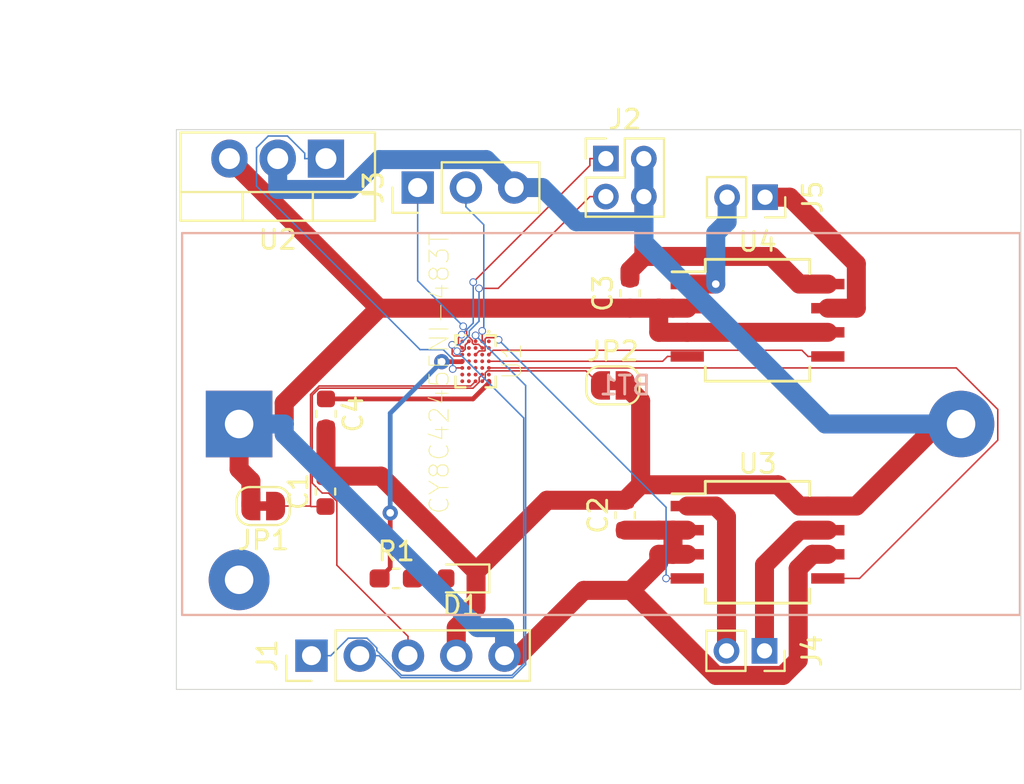
<source format=kicad_pcb>
(kicad_pcb (version 20171130) (host pcbnew "(5.1.2)-2")

  (general
    (thickness 1.6)
    (drawings 6)
    (tracks 230)
    (zones 0)
    (modules 18)
    (nets 24)
  )

  (page A4)
  (layers
    (0 F.Cu signal)
    (31 B.Cu signal)
    (32 B.Adhes user)
    (33 F.Adhes user)
    (34 B.Paste user)
    (35 F.Paste user)
    (36 B.SilkS user)
    (37 F.SilkS user)
    (38 B.Mask user)
    (39 F.Mask user)
    (40 Dwgs.User user)
    (41 Cmts.User user)
    (42 Eco1.User user)
    (43 Eco2.User user)
    (44 Edge.Cuts user)
    (45 Margin user)
    (46 B.CrtYd user)
    (47 F.CrtYd user)
    (48 B.Fab user)
    (49 F.Fab user)
  )

  (setup
    (last_trace_width 0.25)
    (user_trace_width 0.1)
    (user_trace_width 1)
    (trace_clearance 0.05)
    (zone_clearance 0.508)
    (zone_45_only no)
    (trace_min 0.08)
    (via_size 0.8)
    (via_drill 0.4)
    (via_min_size 0.3)
    (via_min_drill 0.2)
    (user_via 0.4 0.3)
    (user_via 1 0.8)
    (blind_buried_vias_allowed yes)
    (uvia_size 0.3)
    (uvia_drill 0.1)
    (uvias_allowed yes)
    (uvia_min_size 0.2)
    (uvia_min_drill 0.1)
    (edge_width 0.05)
    (segment_width 0.2)
    (pcb_text_width 0.3)
    (pcb_text_size 1.5 1.5)
    (mod_edge_width 0.12)
    (mod_text_size 1 1)
    (mod_text_width 0.15)
    (pad_size 1 0.5)
    (pad_drill 0)
    (pad_to_mask_clearance 0.051)
    (solder_mask_min_width 0.1)
    (aux_axis_origin 0 0)
    (visible_elements 7FFFFFFF)
    (pcbplotparams
      (layerselection 0x010fc_ffffffff)
      (usegerberextensions false)
      (usegerberattributes false)
      (usegerberadvancedattributes false)
      (creategerberjobfile false)
      (excludeedgelayer true)
      (linewidth 0.100000)
      (plotframeref false)
      (viasonmask false)
      (mode 1)
      (useauxorigin false)
      (hpglpennumber 1)
      (hpglpenspeed 20)
      (hpglpendiameter 15.000000)
      (psnegative false)
      (psa4output false)
      (plotreference true)
      (plotvalue true)
      (plotinvisibletext false)
      (padsonsilk false)
      (subtractmaskfromsilk false)
      (outputformat 1)
      (mirror false)
      (drillshape 0)
      (scaleselection 1)
      (outputdirectory "gbr/"))
  )

  (net 0 "")
  (net 1 "Net-(C4-Pad1)")
  (net 2 "Net-(D1-Pad2)")
  (net 3 XRES)
  (net 4 SWDCK)
  (net 5 SWDIO)
  (net 6 "Net-(J2-Pad3)")
  (net 7 "Net-(J2-Pad1)")
  (net 8 "Net-(J3-Pad2)")
  (net 9 "Net-(J3-Pad1)")
  (net 10 "Net-(J4-Pad2)")
  (net 11 "Net-(J4-Pad1)")
  (net 12 "Net-(J5-Pad2)")
  (net 13 "Net-(J5-Pad1)")
  (net 14 IR)
  (net 15 "Net-(U1-PadA5)")
  (net 16 "Net-(U1-PadA4)")
  (net 17 "Net-(U1-PadC3)")
  (net 18 "Net-(U1-PadA3)")
  (net 19 VDD)
  (net 20 +3V0)
  (net 21 GND)
  (net 22 Vss)
  (net 23 "Net-(R1-Pad1)")

  (net_class Default "これはデフォルトのネット クラスです。"
    (clearance 0.05)
    (trace_width 0.25)
    (via_dia 0.8)
    (via_drill 0.4)
    (uvia_dia 0.3)
    (uvia_drill 0.1)
    (add_net "Net-(C4-Pad1)")
    (add_net "Net-(D1-Pad2)")
    (add_net "Net-(R1-Pad1)")
  )

  (net_class BGA ""
    (clearance 0.01)
    (trace_width 0.08)
    (via_dia 0.4)
    (via_drill 0.3)
    (uvia_dia 0.3)
    (uvia_drill 0.1)
    (add_net IR)
    (add_net "Net-(J2-Pad1)")
    (add_net "Net-(J2-Pad3)")
    (add_net "Net-(J3-Pad1)")
    (add_net "Net-(J3-Pad2)")
    (add_net "Net-(U1-PadA3)")
    (add_net "Net-(U1-PadA4)")
    (add_net "Net-(U1-PadA5)")
    (add_net "Net-(U1-PadC3)")
    (add_net SWDCK)
    (add_net SWDIO)
    (add_net VDD)
    (add_net Vss)
    (add_net XRES)
  )

  (net_class Pow ""
    (clearance 0.12)
    (trace_width 1)
    (via_dia 0.8)
    (via_drill 0.4)
    (uvia_dia 0.3)
    (uvia_drill 0.1)
    (add_net +3V0)
    (add_net GND)
    (add_net "Net-(J4-Pad1)")
    (add_net "Net-(J4-Pad2)")
    (add_net "Net-(J5-Pad1)")
    (add_net "Net-(J5-Pad2)")
  )

  (module 2020-08-21_07-11-41:Jumper-Con (layer F.Cu) (tedit 5F43D8D9) (tstamp 5F444527)
    (at 109.332 90.17)
    (descr "SMD Solder Jumper, 1x1.5mm, rounded Pads, 0.3mm gap, bridged with 1 copper strip")
    (tags "solder jumper open")
    (path /5F4845A9)
    (attr virtual)
    (fp_text reference JP2 (at 0 -1.8) (layer F.SilkS)
      (effects (font (size 1 1) (thickness 0.15)))
    )
    (fp_text value SolderJumper_2_Bridged (at 0 1.9) (layer F.Fab)
      (effects (font (size 1 1) (thickness 0.15)))
    )
    (fp_line (start -0.2 0) (end 0.2 0) (layer F.Cu) (width 0.5))
    (fp_line (start 1.65 1.25) (end -1.65 1.25) (layer F.CrtYd) (width 0.05))
    (fp_line (start 1.65 1.25) (end 1.65 -1.25) (layer F.CrtYd) (width 0.05))
    (fp_line (start -1.65 -1.25) (end -1.65 1.25) (layer F.CrtYd) (width 0.05))
    (fp_line (start -1.65 -1.25) (end 1.65 -1.25) (layer F.CrtYd) (width 0.05))
    (fp_line (start -0.7 -1) (end 0.7 -1) (layer F.SilkS) (width 0.12))
    (fp_line (start 1.4 -0.3) (end 1.4 0.3) (layer F.SilkS) (width 0.12))
    (fp_line (start 0.7 1) (end -0.7 1) (layer F.SilkS) (width 0.12))
    (fp_line (start -1.4 0.3) (end -1.4 -0.3) (layer F.SilkS) (width 0.12))
    (fp_arc (start -0.7 -0.3) (end -0.7 -1) (angle -90) (layer F.SilkS) (width 0.12))
    (fp_arc (start -0.7 0.3) (end -1.4 0.3) (angle -90) (layer F.SilkS) (width 0.12))
    (fp_arc (start 0.7 0.3) (end 0.7 1) (angle -90) (layer F.SilkS) (width 0.12))
    (fp_arc (start 0.7 -0.3) (end 1.4 -0.3) (angle -90) (layer F.SilkS) (width 0.12))
    (pad 1 smd custom (at -0.65 0) (size 1 0.5) (layers F.Cu F.Adhes F.Mask)
      (net 22 Vss) (zone_connect 2)
      (options (clearance outline) (anchor rect))
      (primitives
        (gr_circle (center 0 0.25) (end 0.5 0.25) (width 0))
        (gr_circle (center 0 -0.25) (end 0.5 -0.25) (width 0))
        (gr_poly (pts
           (xy 0 -0.75) (xy 0.5 -0.75) (xy 0.5 0.75) (xy 0 0.75)) (width 0))
      ))
    (pad 2 smd custom (at 0.65 0) (size 1 0.5) (layers F.Cu F.Adhes F.Mask)
      (net 21 GND) (zone_connect 2)
      (options (clearance outline) (anchor rect))
      (primitives
        (gr_circle (center 0 0.25) (end 0.5 0.25) (width 0))
        (gr_circle (center 0 -0.25) (end 0.5 -0.25) (width 0))
        (gr_poly (pts
           (xy 0 -0.75) (xy -0.5 -0.75) (xy -0.5 0.75) (xy 0 0.75)) (width 0))
      ))
  )

  (module 2020-08-21_07-11-41:Jumper-Con (layer F.Cu) (tedit 5F43E089) (tstamp 5F444514)
    (at 90.932 96.52 180)
    (descr "SMD Solder Jumper, 1x1.5mm, rounded Pads, 0.3mm gap, bridged with 1 copper strip")
    (tags "solder jumper open")
    (path /5F4837A5)
    (attr virtual)
    (fp_text reference JP1 (at 0 -1.8) (layer F.SilkS)
      (effects (font (size 1 1) (thickness 0.15)))
    )
    (fp_text value SolderJumper_2_Bridged (at 0 1.9) (layer F.Fab)
      (effects (font (size 1 1) (thickness 0.15)))
    )
    (fp_line (start -0.2 0) (end 0.2 0) (layer F.Cu) (width 0.5))
    (fp_line (start 1.65 1.25) (end -1.65 1.25) (layer F.CrtYd) (width 0.05))
    (fp_line (start 1.65 1.25) (end 1.65 -1.25) (layer F.CrtYd) (width 0.05))
    (fp_line (start -1.65 -1.25) (end -1.65 1.25) (layer F.CrtYd) (width 0.05))
    (fp_line (start -1.65 -1.25) (end 1.65 -1.25) (layer F.CrtYd) (width 0.05))
    (fp_line (start -0.7 -1) (end 0.7 -1) (layer F.SilkS) (width 0.12))
    (fp_line (start 1.4 -0.3) (end 1.4 0.3) (layer F.SilkS) (width 0.12))
    (fp_line (start 0.7 1) (end -0.7 1) (layer F.SilkS) (width 0.12))
    (fp_line (start -1.4 0.3) (end -1.4 -0.3) (layer F.SilkS) (width 0.12))
    (fp_arc (start -0.7 -0.3) (end -0.7 -1) (angle -90) (layer F.SilkS) (width 0.12))
    (fp_arc (start -0.7 0.3) (end -1.4 0.3) (angle -90) (layer F.SilkS) (width 0.12))
    (fp_arc (start 0.7 0.3) (end 0.7 1) (angle -90) (layer F.SilkS) (width 0.12))
    (fp_arc (start 0.7 -0.3) (end 1.4 -0.3) (angle -90) (layer F.SilkS) (width 0.12))
    (pad 1 smd custom (at -0.65 0 180) (size 1 0.5) (layers F.Cu F.Adhes F.Mask)
      (net 19 VDD) (zone_connect 2)
      (options (clearance outline) (anchor rect))
      (primitives
        (gr_circle (center 0 0.25) (end 0.5 0.25) (width 0))
        (gr_circle (center 0 -0.25) (end 0.5 -0.25) (width 0))
        (gr_poly (pts
           (xy 0 -0.75) (xy 0.5 -0.75) (xy 0.5 0.75) (xy 0 0.75)) (width 0))
      ))
    (pad 2 smd custom (at 0.65 0 180) (size 1 0.5) (layers F.Cu F.Adhes F.Mask)
      (net 20 +3V0) (zone_connect 2)
      (options (clearance outline) (anchor rect))
      (primitives
        (gr_circle (center 0 0.25) (end 0.5 0.25) (width 0))
        (gr_circle (center 0 -0.25) (end 0.5 -0.25) (width 0))
        (gr_poly (pts
           (xy 0 -0.75) (xy -0.5 -0.75) (xy -0.5 0.75) (xy 0 0.75)) (width 0))
      ))
  )

  (module 2020-08-21_07-11-41:BGA35N35P7X5_258X209X48N (layer F.Cu) (tedit 5F43D094) (tstamp 5F42DD1C)
    (at 102.108 88.9 270)
    (path /5F42E732)
    (autoplace_cost90 10)
    (autoplace_cost180 10)
    (attr smd)
    (fp_text reference U1 (at -0.00001 -1.90766 90) (layer F.SilkS)
      (effects (font (size 1.00139 1.00139) (thickness 0.05)))
    )
    (fp_text value CY8C4245FNI-483T (at 0.636095 1.90828 90) (layer F.SilkS)
      (effects (font (size 1.00172 1.00172) (thickness 0.05)))
    )
    (fp_line (start -1.6 1.35) (end -1.6 -1.35) (layer Eco1.User) (width 0.05))
    (fp_line (start 1.6 1.35) (end -1.6 1.35) (layer Eco1.User) (width 0.05))
    (fp_line (start 1.6 -1.35) (end 1.6 1.35) (layer Eco1.User) (width 0.05))
    (fp_line (start -1.6 -1.35) (end 1.6 -1.35) (layer Eco1.User) (width 0.05))
    (fp_circle (center -1.56 -0.69) (end -1.51 -0.69) (layer Eco2.User) (width 0.1))
    (fp_circle (center -1.56 -0.69) (end -1.51 -0.69) (layer F.SilkS) (width 0.1))
    (fp_line (start 1.37 1.06) (end 1.37 0.53) (layer F.SilkS) (width 0.127))
    (fp_line (start 0.8 1.06) (end 1.37 1.06) (layer F.SilkS) (width 0.127))
    (fp_line (start -1.37 1.06) (end -1.37 0.53) (layer F.SilkS) (width 0.127))
    (fp_line (start -0.8 1.06) (end -1.37 1.06) (layer F.SilkS) (width 0.127))
    (fp_line (start 1.37 -1.06) (end 1.37 -0.53) (layer F.SilkS) (width 0.127))
    (fp_line (start 0.8 -1.06) (end 1.37 -1.06) (layer F.SilkS) (width 0.127))
    (fp_line (start -1.37 -1.06) (end -1.37 -0.53) (layer F.SilkS) (width 0.127))
    (fp_line (start -0.8 -1.06) (end -1.37 -1.06) (layer F.SilkS) (width 0.127))
    (fp_line (start -1.3 1.06) (end -1.3 -1.06) (layer Eco2.User) (width 0.127))
    (fp_line (start 1.3 1.06) (end -1.3 1.06) (layer Eco2.User) (width 0.127))
    (fp_line (start 1.3 -1.06) (end 1.3 1.06) (layer Eco2.User) (width 0.127))
    (fp_line (start -1.3 -1.06) (end 1.3 -1.06) (layer Eco2.User) (width 0.127))
    (pad E7 smd circle (at 1.05 0.7 90) (size 0.2 0.2) (layers F.Cu F.Paste F.Mask))
    (pad D7 smd circle (at 1.05 0.35 270) (size 0.2 0.2) (layers F.Cu F.Paste F.Mask))
    (pad C7 smd circle (at 1.05 0 270) (size 0.2 0.2) (layers F.Cu F.Paste F.Mask)
      (net 19 VDD))
    (pad B7 smd circle (at 1.05 -0.35 270) (size 0.2 0.2) (layers F.Cu F.Paste F.Mask)
      (net 22 Vss))
    (pad A7 smd circle (at 1.05 -0.7 270) (size 0.2 0.2) (layers F.Cu F.Paste F.Mask)
      (net 1 "Net-(C4-Pad1)"))
    (pad E6 smd circle (at 0.7 0.7 270) (size 0.2 0.2) (layers F.Cu F.Paste F.Mask))
    (pad D6 smd circle (at 0.7 0.35 270) (size 0.2 0.2) (layers F.Cu F.Paste F.Mask))
    (pad C6 smd circle (at 0.7 0 270) (size 0.2 0.2) (layers F.Cu F.Paste F.Mask))
    (pad B6 smd circle (at 0.7 -0.35 270) (size 0.2 0.2) (layers F.Cu F.Paste F.Mask)
      (net 3 XRES))
    (pad A6 smd circle (at 0.7 -0.7 270) (size 0.2 0.2) (layers F.Cu F.Paste F.Mask))
    (pad E5 smd circle (at 0.35 0.7 270) (size 0.2 0.2) (layers F.Cu F.Paste F.Mask)
      (net 14 IR))
    (pad D5 smd circle (at 0.35 0.35 270) (size 0.2 0.2) (layers F.Cu F.Paste F.Mask))
    (pad C5 smd circle (at 0.35 0 270) (size 0.2 0.2) (layers F.Cu F.Paste F.Mask))
    (pad B5 smd circle (at 0.35 -0.35 270) (size 0.2 0.2) (layers F.Cu F.Paste F.Mask))
    (pad A5 smd circle (at 0.35 -0.7 270) (size 0.2 0.2) (layers F.Cu F.Paste F.Mask)
      (net 15 "Net-(U1-PadA5)"))
    (pad E4 smd circle (at 0 0.7 270) (size 0.2 0.2) (layers F.Cu F.Paste F.Mask)
      (net 23 "Net-(R1-Pad1)"))
    (pad D4 smd circle (at 0 0.35 270) (size 0.2 0.2) (layers F.Cu F.Paste F.Mask))
    (pad C4 smd circle (at 0 0 270) (size 0.2 0.2) (layers F.Cu F.Paste F.Mask))
    (pad B4 smd circle (at 0 -0.35 270) (size 0.2 0.2) (layers F.Cu F.Paste F.Mask))
    (pad A4 smd circle (at 0 -0.7 270) (size 0.2 0.2) (layers F.Cu F.Paste F.Mask)
      (net 16 "Net-(U1-PadA4)"))
    (pad E3 smd circle (at -0.35 0.7 270) (size 0.2 0.2) (layers F.Cu F.Paste F.Mask)
      (net 6 "Net-(J2-Pad3)"))
    (pad D3 smd circle (at -0.35 0.35 270) (size 0.2 0.2) (layers F.Cu F.Paste F.Mask))
    (pad C3 smd circle (at -0.35 0 270) (size 0.2 0.2) (layers F.Cu F.Paste F.Mask)
      (net 17 "Net-(U1-PadC3)"))
    (pad B3 smd circle (at -0.35 -0.35 270) (size 0.2 0.2) (layers F.Cu F.Paste F.Mask))
    (pad A3 smd circle (at -0.35 -0.7 270) (size 0.2 0.2) (layers F.Cu F.Paste F.Mask)
      (net 18 "Net-(U1-PadA3)"))
    (pad E2 smd circle (at -0.7 0.7 270) (size 0.2 0.2) (layers F.Cu F.Paste F.Mask)
      (net 7 "Net-(J2-Pad1)"))
    (pad D2 smd circle (at -0.7 0.35 270) (size 0.2 0.2) (layers F.Cu F.Paste F.Mask))
    (pad C2 smd circle (at -0.7 0 270) (size 0.2 0.2) (layers F.Cu F.Paste F.Mask))
    (pad B2 smd circle (at -0.7 -0.35 270) (size 0.2 0.2) (layers F.Cu F.Paste F.Mask)
      (net 9 "Net-(J3-Pad1)"))
    (pad A2 smd circle (at -0.7 -0.7 270) (size 0.2 0.2) (layers F.Cu F.Paste F.Mask))
    (pad E1 smd circle (at -1.05 0.7 270) (size 0.2 0.2) (layers F.Cu F.Paste F.Mask))
    (pad D1 smd circle (at -1.05 0.35 270) (size 0.2 0.2) (layers F.Cu F.Paste F.Mask)
      (net 5 SWDIO))
    (pad C1 smd circle (at -1.05 0 270) (size 0.2 0.2) (layers F.Cu F.Paste F.Mask)
      (net 4 SWDCK))
    (pad B1 smd circle (at -1.05 -0.35 270) (size 0.2 0.2) (layers F.Cu F.Paste F.Mask)
      (net 8 "Net-(J3-Pad2)"))
    (pad A1 smd circle (at -1.05 -0.7) (size 0.2 0.2) (layers F.Cu F.Paste F.Mask))
  )

  (module Package_SO:SO-8_5.3x6.2mm_P1.27mm (layer F.Cu) (tedit 5A02F2D3) (tstamp 5F42DD70)
    (at 116.95 86.741)
    (descr "8-Lead Plastic Small Outline, 5.3x6.2mm Body (http://www.ti.com.cn/cn/lit/ds/symlink/tl7705a.pdf)")
    (tags "SOIC 1.27")
    (path /5F1520ED)
    (attr smd)
    (fp_text reference U4 (at 0 -4.13) (layer F.SilkS)
      (effects (font (size 1 1) (thickness 0.15)))
    )
    (fp_text value BD6211F (at 0 4.13) (layer F.Fab)
      (effects (font (size 1 1) (thickness 0.15)))
    )
    (fp_line (start -2.75 -2.55) (end -4.5 -2.55) (layer F.SilkS) (width 0.15))
    (fp_line (start -2.75 3.205) (end 2.75 3.205) (layer F.SilkS) (width 0.15))
    (fp_line (start -2.75 -3.205) (end 2.75 -3.205) (layer F.SilkS) (width 0.15))
    (fp_line (start -2.75 3.205) (end -2.75 2.455) (layer F.SilkS) (width 0.15))
    (fp_line (start 2.75 3.205) (end 2.75 2.455) (layer F.SilkS) (width 0.15))
    (fp_line (start 2.75 -3.205) (end 2.75 -2.455) (layer F.SilkS) (width 0.15))
    (fp_line (start -2.75 -3.205) (end -2.75 -2.55) (layer F.SilkS) (width 0.15))
    (fp_line (start -4.83 3.35) (end 4.83 3.35) (layer F.CrtYd) (width 0.05))
    (fp_line (start -4.83 -3.35) (end 4.83 -3.35) (layer F.CrtYd) (width 0.05))
    (fp_line (start 4.83 -3.35) (end 4.83 3.35) (layer F.CrtYd) (width 0.05))
    (fp_line (start -4.83 -3.35) (end -4.83 3.35) (layer F.CrtYd) (width 0.05))
    (fp_line (start -2.65 -2.1) (end -1.65 -3.1) (layer F.Fab) (width 0.15))
    (fp_line (start -2.65 3.1) (end -2.65 -2.1) (layer F.Fab) (width 0.15))
    (fp_line (start 2.65 3.1) (end -2.65 3.1) (layer F.Fab) (width 0.15))
    (fp_line (start 2.65 -3.1) (end 2.65 3.1) (layer F.Fab) (width 0.15))
    (fp_line (start -1.65 -3.1) (end 2.65 -3.1) (layer F.Fab) (width 0.15))
    (fp_text user %R (at 0 0) (layer F.Fab)
      (effects (font (size 1 1) (thickness 0.15)))
    )
    (pad 8 smd rect (at 3.7 -1.905) (size 1.75 0.55) (layers F.Cu F.Paste F.Mask)
      (net 21 GND))
    (pad 7 smd rect (at 3.7 -0.635) (size 1.75 0.55) (layers F.Cu F.Paste F.Mask)
      (net 13 "Net-(J5-Pad1)"))
    (pad 6 smd rect (at 3.7 0.635) (size 1.75 0.55) (layers F.Cu F.Paste F.Mask)
      (net 20 +3V0))
    (pad 5 smd rect (at 3.7 1.905) (size 1.75 0.55) (layers F.Cu F.Paste F.Mask)
      (net 18 "Net-(U1-PadA3)"))
    (pad 4 smd rect (at -3.7 1.905) (size 1.75 0.55) (layers F.Cu F.Paste F.Mask)
      (net 16 "Net-(U1-PadA4)"))
    (pad 3 smd rect (at -3.7 0.635) (size 1.75 0.55) (layers F.Cu F.Paste F.Mask)
      (net 20 +3V0))
    (pad 2 smd rect (at -3.7 -0.635) (size 1.75 0.55) (layers F.Cu F.Paste F.Mask)
      (net 20 +3V0))
    (pad 1 smd rect (at -3.7 -1.905) (size 1.75 0.55) (layers F.Cu F.Paste F.Mask)
      (net 12 "Net-(J5-Pad2)"))
    (model ${KISYS3DMOD}/Package_SO.3dshapes/SO-8_5.3x6.2mm_P1.27mm.wrl
      (at (xyz 0 0 0))
      (scale (xyz 1 1 1))
      (rotate (xyz 0 0 0))
    )
  )

  (module Package_SO:SO-8_5.3x6.2mm_P1.27mm (layer F.Cu) (tedit 5A02F2D3) (tstamp 5F42DD53)
    (at 116.95 98.425)
    (descr "8-Lead Plastic Small Outline, 5.3x6.2mm Body (http://www.ti.com.cn/cn/lit/ds/symlink/tl7705a.pdf)")
    (tags "SOIC 1.27")
    (path /5F131156)
    (attr smd)
    (fp_text reference U3 (at 0 -4.13) (layer F.SilkS)
      (effects (font (size 1 1) (thickness 0.15)))
    )
    (fp_text value BD6211F (at 0.144 -5.461) (layer F.Fab)
      (effects (font (size 1 1) (thickness 0.15)))
    )
    (fp_line (start -2.75 -2.55) (end -4.5 -2.55) (layer F.SilkS) (width 0.15))
    (fp_line (start -2.75 3.205) (end 2.75 3.205) (layer F.SilkS) (width 0.15))
    (fp_line (start -2.75 -3.205) (end 2.75 -3.205) (layer F.SilkS) (width 0.15))
    (fp_line (start -2.75 3.205) (end -2.75 2.455) (layer F.SilkS) (width 0.15))
    (fp_line (start 2.75 3.205) (end 2.75 2.455) (layer F.SilkS) (width 0.15))
    (fp_line (start 2.75 -3.205) (end 2.75 -2.455) (layer F.SilkS) (width 0.15))
    (fp_line (start -2.75 -3.205) (end -2.75 -2.55) (layer F.SilkS) (width 0.15))
    (fp_line (start -4.83 3.35) (end 4.83 3.35) (layer F.CrtYd) (width 0.05))
    (fp_line (start -4.83 -3.35) (end 4.83 -3.35) (layer F.CrtYd) (width 0.05))
    (fp_line (start 4.83 -3.35) (end 4.83 3.35) (layer F.CrtYd) (width 0.05))
    (fp_line (start -4.83 -3.35) (end -4.83 3.35) (layer F.CrtYd) (width 0.05))
    (fp_line (start -2.65 -2.1) (end -1.65 -3.1) (layer F.Fab) (width 0.15))
    (fp_line (start -2.65 3.1) (end -2.65 -2.1) (layer F.Fab) (width 0.15))
    (fp_line (start 2.65 3.1) (end -2.65 3.1) (layer F.Fab) (width 0.15))
    (fp_line (start 2.65 -3.1) (end 2.65 3.1) (layer F.Fab) (width 0.15))
    (fp_line (start -1.65 -3.1) (end 2.65 -3.1) (layer F.Fab) (width 0.15))
    (fp_text user %R (at 0 0) (layer F.Fab)
      (effects (font (size 1 1) (thickness 0.15)))
    )
    (pad 8 smd rect (at 3.7 -1.905) (size 1.75 0.55) (layers F.Cu F.Paste F.Mask)
      (net 21 GND))
    (pad 7 smd rect (at 3.7 -0.635) (size 1.75 0.55) (layers F.Cu F.Paste F.Mask)
      (net 11 "Net-(J4-Pad1)"))
    (pad 6 smd rect (at 3.7 0.635) (size 1.75 0.55) (layers F.Cu F.Paste F.Mask)
      (net 20 +3V0))
    (pad 5 smd rect (at 3.7 1.905) (size 1.75 0.55) (layers F.Cu F.Paste F.Mask)
      (net 15 "Net-(U1-PadA5)"))
    (pad 4 smd rect (at -3.7 1.905) (size 1.75 0.55) (layers F.Cu F.Paste F.Mask)
      (net 17 "Net-(U1-PadC3)"))
    (pad 3 smd rect (at -3.7 0.635) (size 1.75 0.55) (layers F.Cu F.Paste F.Mask)
      (net 20 +3V0))
    (pad 2 smd rect (at -3.7 -0.635) (size 1.75 0.55) (layers F.Cu F.Paste F.Mask)
      (net 20 +3V0))
    (pad 1 smd rect (at -3.7 -1.905) (size 1.75 0.55) (layers F.Cu F.Paste F.Mask)
      (net 10 "Net-(J4-Pad2)"))
    (model ${KISYS3DMOD}/Package_SO.3dshapes/SO-8_5.3x6.2mm_P1.27mm.wrl
      (at (xyz 0 0 0))
      (scale (xyz 1 1 1))
      (rotate (xyz 0 0 0))
    )
  )

  (module Package_TO_SOT_THT:TO-220-3_Vertical (layer F.Cu) (tedit 5AC8BA0D) (tstamp 5F42DD36)
    (at 94.234 78.232 180)
    (descr "TO-220-3, Vertical, RM 2.54mm, see https://www.vishay.com/docs/66542/to-220-1.pdf")
    (tags "TO-220-3 Vertical RM 2.54mm")
    (path /5F134C3B)
    (fp_text reference U2 (at 2.54 -4.27) (layer F.SilkS)
      (effects (font (size 1 1) (thickness 0.15)))
    )
    (fp_text value GP1UXC41QS (at 2.54 2.5) (layer F.Fab)
      (effects (font (size 1 1) (thickness 0.15)))
    )
    (fp_text user %R (at 2.54 -4.27) (layer F.Fab)
      (effects (font (size 1 1) (thickness 0.15)))
    )
    (fp_line (start 7.79 -3.4) (end -2.71 -3.4) (layer F.CrtYd) (width 0.05))
    (fp_line (start 7.79 1.51) (end 7.79 -3.4) (layer F.CrtYd) (width 0.05))
    (fp_line (start -2.71 1.51) (end 7.79 1.51) (layer F.CrtYd) (width 0.05))
    (fp_line (start -2.71 -3.4) (end -2.71 1.51) (layer F.CrtYd) (width 0.05))
    (fp_line (start 4.391 -3.27) (end 4.391 -1.76) (layer F.SilkS) (width 0.12))
    (fp_line (start 0.69 -3.27) (end 0.69 -1.76) (layer F.SilkS) (width 0.12))
    (fp_line (start -2.58 -1.76) (end 7.66 -1.76) (layer F.SilkS) (width 0.12))
    (fp_line (start 7.66 -3.27) (end 7.66 1.371) (layer F.SilkS) (width 0.12))
    (fp_line (start -2.58 -3.27) (end -2.58 1.371) (layer F.SilkS) (width 0.12))
    (fp_line (start -2.58 1.371) (end 7.66 1.371) (layer F.SilkS) (width 0.12))
    (fp_line (start -2.58 -3.27) (end 7.66 -3.27) (layer F.SilkS) (width 0.12))
    (fp_line (start 4.39 -3.15) (end 4.39 -1.88) (layer F.Fab) (width 0.1))
    (fp_line (start 0.69 -3.15) (end 0.69 -1.88) (layer F.Fab) (width 0.1))
    (fp_line (start -2.46 -1.88) (end 7.54 -1.88) (layer F.Fab) (width 0.1))
    (fp_line (start 7.54 -3.15) (end -2.46 -3.15) (layer F.Fab) (width 0.1))
    (fp_line (start 7.54 1.25) (end 7.54 -3.15) (layer F.Fab) (width 0.1))
    (fp_line (start -2.46 1.25) (end 7.54 1.25) (layer F.Fab) (width 0.1))
    (fp_line (start -2.46 -3.15) (end -2.46 1.25) (layer F.Fab) (width 0.1))
    (pad 3 thru_hole oval (at 5.08 0 180) (size 1.905 2) (drill 1.1) (layers *.Cu *.Mask)
      (net 20 +3V0))
    (pad 2 thru_hole oval (at 2.54 0 180) (size 1.905 2) (drill 1.1) (layers *.Cu *.Mask)
      (net 21 GND))
    (pad 1 thru_hole rect (at 0 0 180) (size 1.905 2) (drill 1.1) (layers *.Cu *.Mask)
      (net 14 IR))
    (model ${KISYS3DMOD}/Package_TO_SOT_THT.3dshapes/TO-220-3_Vertical.wrl
      (at (xyz 0 0 0))
      (scale (xyz 1 1 1))
      (rotate (xyz 0 0 0))
    )
  )

  (module Resistor_SMD:R_0603_1608Metric_Pad1.05x0.95mm_HandSolder (layer F.Cu) (tedit 5B301BBD) (tstamp 5F42DCE3)
    (at 97.931 100.33)
    (descr "Resistor SMD 0603 (1608 Metric), square (rectangular) end terminal, IPC_7351 nominal with elongated pad for handsoldering. (Body size source: http://www.tortai-tech.com/upload/download/2011102023233369053.pdf), generated with kicad-footprint-generator")
    (tags "resistor handsolder")
    (path /5F464704)
    (attr smd)
    (fp_text reference R1 (at 0 -1.43) (layer F.SilkS)
      (effects (font (size 1 1) (thickness 0.15)))
    )
    (fp_text value 1k (at 0 1.43) (layer F.Fab)
      (effects (font (size 1 1) (thickness 0.15)))
    )
    (fp_text user %R (at 0 0) (layer F.Fab)
      (effects (font (size 0.4 0.4) (thickness 0.06)))
    )
    (fp_line (start 1.65 0.73) (end -1.65 0.73) (layer F.CrtYd) (width 0.05))
    (fp_line (start 1.65 -0.73) (end 1.65 0.73) (layer F.CrtYd) (width 0.05))
    (fp_line (start -1.65 -0.73) (end 1.65 -0.73) (layer F.CrtYd) (width 0.05))
    (fp_line (start -1.65 0.73) (end -1.65 -0.73) (layer F.CrtYd) (width 0.05))
    (fp_line (start -0.171267 0.51) (end 0.171267 0.51) (layer F.SilkS) (width 0.12))
    (fp_line (start -0.171267 -0.51) (end 0.171267 -0.51) (layer F.SilkS) (width 0.12))
    (fp_line (start 0.8 0.4) (end -0.8 0.4) (layer F.Fab) (width 0.1))
    (fp_line (start 0.8 -0.4) (end 0.8 0.4) (layer F.Fab) (width 0.1))
    (fp_line (start -0.8 -0.4) (end 0.8 -0.4) (layer F.Fab) (width 0.1))
    (fp_line (start -0.8 0.4) (end -0.8 -0.4) (layer F.Fab) (width 0.1))
    (pad 2 smd roundrect (at 0.875 0) (size 1.05 0.95) (layers F.Cu F.Paste F.Mask) (roundrect_rratio 0.25)
      (net 2 "Net-(D1-Pad2)"))
    (pad 1 smd roundrect (at -0.875 0) (size 1.05 0.95) (layers F.Cu F.Paste F.Mask) (roundrect_rratio 0.25)
      (net 23 "Net-(R1-Pad1)"))
    (model ${KISYS3DMOD}/Resistor_SMD.3dshapes/R_0603_1608Metric.wrl
      (at (xyz 0 0 0))
      (scale (xyz 1 1 1))
      (rotate (xyz 0 0 0))
    )
  )

  (module Connector_PinSocket_2.00mm:PinSocket_1x02_P2.00mm_Vertical (layer F.Cu) (tedit 5A19A42F) (tstamp 5F42DCD2)
    (at 117.348 80.264 270)
    (descr "Through hole straight socket strip, 1x02, 2.00mm pitch, single row (from Kicad 4.0.7), script generated")
    (tags "Through hole socket strip THT 1x02 2.00mm single row")
    (path /5F1520B7)
    (fp_text reference J5 (at 0 -2.5 90) (layer F.SilkS)
      (effects (font (size 1 1) (thickness 0.15)))
    )
    (fp_text value Conn_01x02_Male (at 0 4.5 90) (layer F.Fab)
      (effects (font (size 1 1) (thickness 0.15)))
    )
    (fp_text user %R (at 0 1) (layer F.Fab)
      (effects (font (size 1 1) (thickness 0.15)))
    )
    (fp_line (start -1.5 3.5) (end -1.5 -1.5) (layer F.CrtYd) (width 0.05))
    (fp_line (start 1.5 3.5) (end -1.5 3.5) (layer F.CrtYd) (width 0.05))
    (fp_line (start 1.5 -1.5) (end 1.5 3.5) (layer F.CrtYd) (width 0.05))
    (fp_line (start -1.5 -1.5) (end 1.5 -1.5) (layer F.CrtYd) (width 0.05))
    (fp_line (start 0 -1.06) (end 1.06 -1.06) (layer F.SilkS) (width 0.12))
    (fp_line (start 1.06 -1.06) (end 1.06 0) (layer F.SilkS) (width 0.12))
    (fp_line (start 1.06 1) (end 1.06 3.06) (layer F.SilkS) (width 0.12))
    (fp_line (start -1.06 3.06) (end 1.06 3.06) (layer F.SilkS) (width 0.12))
    (fp_line (start -1.06 1) (end -1.06 3.06) (layer F.SilkS) (width 0.12))
    (fp_line (start -1.06 1) (end 1.06 1) (layer F.SilkS) (width 0.12))
    (fp_line (start -1 3) (end -1 -1) (layer F.Fab) (width 0.1))
    (fp_line (start 1 3) (end -1 3) (layer F.Fab) (width 0.1))
    (fp_line (start 1 -0.5) (end 1 3) (layer F.Fab) (width 0.1))
    (fp_line (start 0.5 -1) (end 1 -0.5) (layer F.Fab) (width 0.1))
    (fp_line (start -1 -1) (end 0.5 -1) (layer F.Fab) (width 0.1))
    (pad 2 thru_hole oval (at 0 2 270) (size 1.35 1.35) (drill 0.8) (layers *.Cu *.Mask)
      (net 12 "Net-(J5-Pad2)"))
    (pad 1 thru_hole rect (at 0 0 270) (size 1.35 1.35) (drill 0.8) (layers *.Cu *.Mask)
      (net 13 "Net-(J5-Pad1)"))
    (model ${KISYS3DMOD}/Connector_PinSocket_2.00mm.3dshapes/PinSocket_1x02_P2.00mm_Vertical.wrl
      (at (xyz 0 0 0))
      (scale (xyz 1 1 1))
      (rotate (xyz 0 0 0))
    )
  )

  (module Connector_PinSocket_2.00mm:PinSocket_1x02_P2.00mm_Vertical (layer F.Cu) (tedit 5A19A42F) (tstamp 5F42DCBC)
    (at 117.316 104.14 270)
    (descr "Through hole straight socket strip, 1x02, 2.00mm pitch, single row (from Kicad 4.0.7), script generated")
    (tags "Through hole socket strip THT 1x02 2.00mm single row")
    (path /5F132AD6)
    (fp_text reference J4 (at 0 -2.5 90) (layer F.SilkS)
      (effects (font (size 1 1) (thickness 0.15)))
    )
    (fp_text value Conn_01x02_Male (at 0 4.5 90) (layer F.Fab)
      (effects (font (size 1 1) (thickness 0.15)))
    )
    (fp_text user %R (at 0 1) (layer F.Fab)
      (effects (font (size 1 1) (thickness 0.15)))
    )
    (fp_line (start -1.5 3.5) (end -1.5 -1.5) (layer F.CrtYd) (width 0.05))
    (fp_line (start 1.5 3.5) (end -1.5 3.5) (layer F.CrtYd) (width 0.05))
    (fp_line (start 1.5 -1.5) (end 1.5 3.5) (layer F.CrtYd) (width 0.05))
    (fp_line (start -1.5 -1.5) (end 1.5 -1.5) (layer F.CrtYd) (width 0.05))
    (fp_line (start 0 -1.06) (end 1.06 -1.06) (layer F.SilkS) (width 0.12))
    (fp_line (start 1.06 -1.06) (end 1.06 0) (layer F.SilkS) (width 0.12))
    (fp_line (start 1.06 1) (end 1.06 3.06) (layer F.SilkS) (width 0.12))
    (fp_line (start -1.06 3.06) (end 1.06 3.06) (layer F.SilkS) (width 0.12))
    (fp_line (start -1.06 1) (end -1.06 3.06) (layer F.SilkS) (width 0.12))
    (fp_line (start -1.06 1) (end 1.06 1) (layer F.SilkS) (width 0.12))
    (fp_line (start -1 3) (end -1 -1) (layer F.Fab) (width 0.1))
    (fp_line (start 1 3) (end -1 3) (layer F.Fab) (width 0.1))
    (fp_line (start 1 -0.5) (end 1 3) (layer F.Fab) (width 0.1))
    (fp_line (start 0.5 -1) (end 1 -0.5) (layer F.Fab) (width 0.1))
    (fp_line (start -1 -1) (end 0.5 -1) (layer F.Fab) (width 0.1))
    (pad 2 thru_hole oval (at 0 2 270) (size 1.35 1.35) (drill 0.8) (layers *.Cu *.Mask)
      (net 10 "Net-(J4-Pad2)"))
    (pad 1 thru_hole rect (at 0 0 270) (size 1.35 1.35) (drill 0.8) (layers *.Cu *.Mask)
      (net 11 "Net-(J4-Pad1)"))
    (model ${KISYS3DMOD}/Connector_PinSocket_2.00mm.3dshapes/PinSocket_1x02_P2.00mm_Vertical.wrl
      (at (xyz 0 0 0))
      (scale (xyz 1 1 1))
      (rotate (xyz 0 0 0))
    )
  )

  (module Connector_PinHeader_2.54mm:PinHeader_1x03_P2.54mm_Vertical (layer F.Cu) (tedit 59FED5CC) (tstamp 5F42DCA6)
    (at 99.06 79.756 90)
    (descr "Through hole straight pin header, 1x03, 2.54mm pitch, single row")
    (tags "Through hole pin header THT 1x03 2.54mm single row")
    (path /5F454392)
    (fp_text reference J3 (at 0 -2.33 90) (layer F.SilkS)
      (effects (font (size 1 1) (thickness 0.15)))
    )
    (fp_text value Conn_01x03_Male (at 0 7.41 90) (layer F.Fab)
      (effects (font (size 1 1) (thickness 0.15)))
    )
    (fp_text user %R (at 0 2.54) (layer F.Fab)
      (effects (font (size 1 1) (thickness 0.15)))
    )
    (fp_line (start 1.8 -1.8) (end -1.8 -1.8) (layer F.CrtYd) (width 0.05))
    (fp_line (start 1.8 6.85) (end 1.8 -1.8) (layer F.CrtYd) (width 0.05))
    (fp_line (start -1.8 6.85) (end 1.8 6.85) (layer F.CrtYd) (width 0.05))
    (fp_line (start -1.8 -1.8) (end -1.8 6.85) (layer F.CrtYd) (width 0.05))
    (fp_line (start -1.33 -1.33) (end 0 -1.33) (layer F.SilkS) (width 0.12))
    (fp_line (start -1.33 0) (end -1.33 -1.33) (layer F.SilkS) (width 0.12))
    (fp_line (start -1.33 1.27) (end 1.33 1.27) (layer F.SilkS) (width 0.12))
    (fp_line (start 1.33 1.27) (end 1.33 6.41) (layer F.SilkS) (width 0.12))
    (fp_line (start -1.33 1.27) (end -1.33 6.41) (layer F.SilkS) (width 0.12))
    (fp_line (start -1.33 6.41) (end 1.33 6.41) (layer F.SilkS) (width 0.12))
    (fp_line (start -1.27 -0.635) (end -0.635 -1.27) (layer F.Fab) (width 0.1))
    (fp_line (start -1.27 6.35) (end -1.27 -0.635) (layer F.Fab) (width 0.1))
    (fp_line (start 1.27 6.35) (end -1.27 6.35) (layer F.Fab) (width 0.1))
    (fp_line (start 1.27 -1.27) (end 1.27 6.35) (layer F.Fab) (width 0.1))
    (fp_line (start -0.635 -1.27) (end 1.27 -1.27) (layer F.Fab) (width 0.1))
    (pad 3 thru_hole oval (at 0 5.08 90) (size 1.7 1.7) (drill 1) (layers *.Cu *.Mask)
      (net 21 GND))
    (pad 2 thru_hole oval (at 0 2.54 90) (size 1.7 1.7) (drill 1) (layers *.Cu *.Mask)
      (net 8 "Net-(J3-Pad2)"))
    (pad 1 thru_hole rect (at 0 0 90) (size 1.7 1.7) (drill 1) (layers *.Cu *.Mask)
      (net 9 "Net-(J3-Pad1)"))
    (model ${KISYS3DMOD}/Connector_PinHeader_2.54mm.3dshapes/PinHeader_1x03_P2.54mm_Vertical.wrl
      (at (xyz 0 0 0))
      (scale (xyz 1 1 1))
      (rotate (xyz 0 0 0))
    )
  )

  (module Connector_PinHeader_2.00mm:PinHeader_2x02_P2.00mm_Vertical (layer F.Cu) (tedit 59FED667) (tstamp 5F42DC8F)
    (at 108.966 78.232)
    (descr "Through hole straight pin header, 2x02, 2.00mm pitch, double rows")
    (tags "Through hole pin header THT 2x02 2.00mm double row")
    (path /5F46C53F)
    (fp_text reference J2 (at 1 -2.06) (layer F.SilkS)
      (effects (font (size 1 1) (thickness 0.15)))
    )
    (fp_text value SER (at 1 4.06) (layer F.Fab)
      (effects (font (size 1 1) (thickness 0.15)))
    )
    (fp_text user %R (at 1 1 90) (layer F.Fab)
      (effects (font (size 1 1) (thickness 0.15)))
    )
    (fp_line (start 3.5 -1.5) (end -1.5 -1.5) (layer F.CrtYd) (width 0.05))
    (fp_line (start 3.5 3.5) (end 3.5 -1.5) (layer F.CrtYd) (width 0.05))
    (fp_line (start -1.5 3.5) (end 3.5 3.5) (layer F.CrtYd) (width 0.05))
    (fp_line (start -1.5 -1.5) (end -1.5 3.5) (layer F.CrtYd) (width 0.05))
    (fp_line (start -1.06 -1.06) (end 0 -1.06) (layer F.SilkS) (width 0.12))
    (fp_line (start -1.06 0) (end -1.06 -1.06) (layer F.SilkS) (width 0.12))
    (fp_line (start 1 -1.06) (end 3.06 -1.06) (layer F.SilkS) (width 0.12))
    (fp_line (start 1 1) (end 1 -1.06) (layer F.SilkS) (width 0.12))
    (fp_line (start -1.06 1) (end 1 1) (layer F.SilkS) (width 0.12))
    (fp_line (start 3.06 -1.06) (end 3.06 3.06) (layer F.SilkS) (width 0.12))
    (fp_line (start -1.06 1) (end -1.06 3.06) (layer F.SilkS) (width 0.12))
    (fp_line (start -1.06 3.06) (end 3.06 3.06) (layer F.SilkS) (width 0.12))
    (fp_line (start -1 0) (end 0 -1) (layer F.Fab) (width 0.1))
    (fp_line (start -1 3) (end -1 0) (layer F.Fab) (width 0.1))
    (fp_line (start 3 3) (end -1 3) (layer F.Fab) (width 0.1))
    (fp_line (start 3 -1) (end 3 3) (layer F.Fab) (width 0.1))
    (fp_line (start 0 -1) (end 3 -1) (layer F.Fab) (width 0.1))
    (pad 4 thru_hole oval (at 2 2) (size 1.35 1.35) (drill 0.8) (layers *.Cu *.Mask)
      (net 21 GND))
    (pad 3 thru_hole oval (at 0 2) (size 1.35 1.35) (drill 0.8) (layers *.Cu *.Mask)
      (net 6 "Net-(J2-Pad3)"))
    (pad 2 thru_hole oval (at 2 0) (size 1.35 1.35) (drill 0.8) (layers *.Cu *.Mask)
      (net 21 GND))
    (pad 1 thru_hole rect (at 0 0) (size 1.35 1.35) (drill 0.8) (layers *.Cu *.Mask)
      (net 7 "Net-(J2-Pad1)"))
    (model ${KISYS3DMOD}/Connector_PinHeader_2.00mm.3dshapes/PinHeader_2x02_P2.00mm_Vertical.wrl
      (at (xyz 0 0 0))
      (scale (xyz 1 1 1))
      (rotate (xyz 0 0 0))
    )
  )

  (module Connector_PinHeader_2.54mm:PinHeader_1x05_P2.54mm_Vertical (layer F.Cu) (tedit 59FED5CC) (tstamp 5F42DC75)
    (at 93.472 104.394 90)
    (descr "Through hole straight pin header, 1x05, 2.54mm pitch, single row")
    (tags "Through hole pin header THT 1x05 2.54mm single row")
    (path /5F1563A2)
    (fp_text reference J1 (at 0 -2.33 90) (layer F.SilkS)
      (effects (font (size 1 1) (thickness 0.15)))
    )
    (fp_text value Conn_01x05_Male (at 0 12.49 90) (layer F.Fab)
      (effects (font (size 1 1) (thickness 0.15)))
    )
    (fp_text user %R (at 0 5.08) (layer F.Fab)
      (effects (font (size 1 1) (thickness 0.15)))
    )
    (fp_line (start 1.8 -1.8) (end -1.8 -1.8) (layer F.CrtYd) (width 0.05))
    (fp_line (start 1.8 11.95) (end 1.8 -1.8) (layer F.CrtYd) (width 0.05))
    (fp_line (start -1.8 11.95) (end 1.8 11.95) (layer F.CrtYd) (width 0.05))
    (fp_line (start -1.8 -1.8) (end -1.8 11.95) (layer F.CrtYd) (width 0.05))
    (fp_line (start -1.33 -1.33) (end 0 -1.33) (layer F.SilkS) (width 0.12))
    (fp_line (start -1.33 0) (end -1.33 -1.33) (layer F.SilkS) (width 0.12))
    (fp_line (start -1.33 1.27) (end 1.33 1.27) (layer F.SilkS) (width 0.12))
    (fp_line (start 1.33 1.27) (end 1.33 11.49) (layer F.SilkS) (width 0.12))
    (fp_line (start -1.33 1.27) (end -1.33 11.49) (layer F.SilkS) (width 0.12))
    (fp_line (start -1.33 11.49) (end 1.33 11.49) (layer F.SilkS) (width 0.12))
    (fp_line (start -1.27 -0.635) (end -0.635 -1.27) (layer F.Fab) (width 0.1))
    (fp_line (start -1.27 11.43) (end -1.27 -0.635) (layer F.Fab) (width 0.1))
    (fp_line (start 1.27 11.43) (end -1.27 11.43) (layer F.Fab) (width 0.1))
    (fp_line (start 1.27 -1.27) (end 1.27 11.43) (layer F.Fab) (width 0.1))
    (fp_line (start -0.635 -1.27) (end 1.27 -1.27) (layer F.Fab) (width 0.1))
    (pad 5 thru_hole oval (at 0 10.16 90) (size 1.7 1.7) (drill 1) (layers *.Cu *.Mask)
      (net 20 +3V0))
    (pad 4 thru_hole oval (at 0 7.62 90) (size 1.7 1.7) (drill 1) (layers *.Cu *.Mask)
      (net 21 GND))
    (pad 3 thru_hole oval (at 0 5.08 90) (size 1.7 1.7) (drill 1) (layers *.Cu *.Mask)
      (net 3 XRES))
    (pad 2 thru_hole oval (at 0 2.54 90) (size 1.7 1.7) (drill 1) (layers *.Cu *.Mask)
      (net 4 SWDCK))
    (pad 1 thru_hole rect (at 0 0 90) (size 1.7 1.7) (drill 1) (layers *.Cu *.Mask)
      (net 5 SWDIO))
    (model ${KISYS3DMOD}/Connector_PinHeader_2.54mm.3dshapes/PinHeader_1x05_P2.54mm_Vertical.wrl
      (at (xyz 0 0 0))
      (scale (xyz 1 1 1))
      (rotate (xyz 0 0 0))
    )
  )

  (module LED_SMD:LED_0603_1608Metric (layer F.Cu) (tedit 5B301BBE) (tstamp 5F42DC5C)
    (at 101.346 100.33 180)
    (descr "LED SMD 0603 (1608 Metric), square (rectangular) end terminal, IPC_7351 nominal, (Body size source: http://www.tortai-tech.com/upload/download/2011102023233369053.pdf), generated with kicad-footprint-generator")
    (tags diode)
    (path /5F465303)
    (attr smd)
    (fp_text reference D1 (at 0 -1.43 180) (layer F.SilkS)
      (effects (font (size 1 1) (thickness 0.15)))
    )
    (fp_text value LED (at 0 1.43 180) (layer F.Fab)
      (effects (font (size 1 1) (thickness 0.15)))
    )
    (fp_text user %R (at 0 0 180) (layer F.Fab)
      (effects (font (size 0.4 0.4) (thickness 0.06)))
    )
    (fp_line (start 1.48 0.73) (end -1.48 0.73) (layer F.CrtYd) (width 0.05))
    (fp_line (start 1.48 -0.73) (end 1.48 0.73) (layer F.CrtYd) (width 0.05))
    (fp_line (start -1.48 -0.73) (end 1.48 -0.73) (layer F.CrtYd) (width 0.05))
    (fp_line (start -1.48 0.73) (end -1.48 -0.73) (layer F.CrtYd) (width 0.05))
    (fp_line (start -1.485 0.735) (end 0.8 0.735) (layer F.SilkS) (width 0.12))
    (fp_line (start -1.485 -0.735) (end -1.485 0.735) (layer F.SilkS) (width 0.12))
    (fp_line (start 0.8 -0.735) (end -1.485 -0.735) (layer F.SilkS) (width 0.12))
    (fp_line (start 0.8 0.4) (end 0.8 -0.4) (layer F.Fab) (width 0.1))
    (fp_line (start -0.8 0.4) (end 0.8 0.4) (layer F.Fab) (width 0.1))
    (fp_line (start -0.8 -0.1) (end -0.8 0.4) (layer F.Fab) (width 0.1))
    (fp_line (start -0.5 -0.4) (end -0.8 -0.1) (layer F.Fab) (width 0.1))
    (fp_line (start 0.8 -0.4) (end -0.5 -0.4) (layer F.Fab) (width 0.1))
    (pad 2 smd roundrect (at 0.7875 0 180) (size 0.875 0.95) (layers F.Cu F.Paste F.Mask) (roundrect_rratio 0.25)
      (net 2 "Net-(D1-Pad2)"))
    (pad 1 smd roundrect (at -0.7875 0 180) (size 0.875 0.95) (layers F.Cu F.Paste F.Mask) (roundrect_rratio 0.25)
      (net 21 GND))
    (model ${KISYS3DMOD}/LED_SMD.3dshapes/LED_0603_1608Metric.wrl
      (at (xyz 0 0 0))
      (scale (xyz 1 1 1))
      (rotate (xyz 0 0 0))
    )
  )

  (module Capacitor_SMD:C_0603_1608Metric (layer F.Cu) (tedit 5B301BBE) (tstamp 5F42DC49)
    (at 94.234 91.6685 270)
    (descr "Capacitor SMD 0603 (1608 Metric), square (rectangular) end terminal, IPC_7351 nominal, (Body size source: http://www.tortai-tech.com/upload/download/2011102023233369053.pdf), generated with kicad-footprint-generator")
    (tags capacitor)
    (path /5F2D18F0)
    (attr smd)
    (fp_text reference C4 (at 0 -1.43 90) (layer F.SilkS)
      (effects (font (size 1 1) (thickness 0.15)))
    )
    (fp_text value 10u (at 0 1.43 90) (layer F.Fab)
      (effects (font (size 1 1) (thickness 0.15)))
    )
    (fp_text user %R (at 0 0 90) (layer F.Fab)
      (effects (font (size 0.4 0.4) (thickness 0.06)))
    )
    (fp_line (start 1.48 0.73) (end -1.48 0.73) (layer F.CrtYd) (width 0.05))
    (fp_line (start 1.48 -0.73) (end 1.48 0.73) (layer F.CrtYd) (width 0.05))
    (fp_line (start -1.48 -0.73) (end 1.48 -0.73) (layer F.CrtYd) (width 0.05))
    (fp_line (start -1.48 0.73) (end -1.48 -0.73) (layer F.CrtYd) (width 0.05))
    (fp_line (start -0.162779 0.51) (end 0.162779 0.51) (layer F.SilkS) (width 0.12))
    (fp_line (start -0.162779 -0.51) (end 0.162779 -0.51) (layer F.SilkS) (width 0.12))
    (fp_line (start 0.8 0.4) (end -0.8 0.4) (layer F.Fab) (width 0.1))
    (fp_line (start 0.8 -0.4) (end 0.8 0.4) (layer F.Fab) (width 0.1))
    (fp_line (start -0.8 -0.4) (end 0.8 -0.4) (layer F.Fab) (width 0.1))
    (fp_line (start -0.8 0.4) (end -0.8 -0.4) (layer F.Fab) (width 0.1))
    (pad 2 smd roundrect (at 0.7875 0 270) (size 0.875 0.95) (layers F.Cu F.Paste F.Mask) (roundrect_rratio 0.25)
      (net 21 GND))
    (pad 1 smd roundrect (at -0.7875 0 270) (size 0.875 0.95) (layers F.Cu F.Paste F.Mask) (roundrect_rratio 0.25)
      (net 1 "Net-(C4-Pad1)"))
    (model ${KISYS3DMOD}/Capacitor_SMD.3dshapes/C_0603_1608Metric.wrl
      (at (xyz 0 0 0))
      (scale (xyz 1 1 1))
      (rotate (xyz 0 0 0))
    )
  )

  (module Capacitor_SMD:C_0603_1608Metric (layer F.Cu) (tedit 5B301BBE) (tstamp 5F42DC38)
    (at 110.236 85.3185 90)
    (descr "Capacitor SMD 0603 (1608 Metric), square (rectangular) end terminal, IPC_7351 nominal, (Body size source: http://www.tortai-tech.com/upload/download/2011102023233369053.pdf), generated with kicad-footprint-generator")
    (tags capacitor)
    (path /5F1520D5)
    (attr smd)
    (fp_text reference C3 (at 0 -1.43 90) (layer F.SilkS)
      (effects (font (size 1 1) (thickness 0.15)))
    )
    (fp_text value 10u (at 0 1.43 90) (layer F.Fab)
      (effects (font (size 1 1) (thickness 0.15)))
    )
    (fp_text user %R (at 0 0 90) (layer F.Fab)
      (effects (font (size 0.4 0.4) (thickness 0.06)))
    )
    (fp_line (start 1.48 0.73) (end -1.48 0.73) (layer F.CrtYd) (width 0.05))
    (fp_line (start 1.48 -0.73) (end 1.48 0.73) (layer F.CrtYd) (width 0.05))
    (fp_line (start -1.48 -0.73) (end 1.48 -0.73) (layer F.CrtYd) (width 0.05))
    (fp_line (start -1.48 0.73) (end -1.48 -0.73) (layer F.CrtYd) (width 0.05))
    (fp_line (start -0.162779 0.51) (end 0.162779 0.51) (layer F.SilkS) (width 0.12))
    (fp_line (start -0.162779 -0.51) (end 0.162779 -0.51) (layer F.SilkS) (width 0.12))
    (fp_line (start 0.8 0.4) (end -0.8 0.4) (layer F.Fab) (width 0.1))
    (fp_line (start 0.8 -0.4) (end 0.8 0.4) (layer F.Fab) (width 0.1))
    (fp_line (start -0.8 -0.4) (end 0.8 -0.4) (layer F.Fab) (width 0.1))
    (fp_line (start -0.8 0.4) (end -0.8 -0.4) (layer F.Fab) (width 0.1))
    (pad 2 smd roundrect (at 0.7875 0 90) (size 0.875 0.95) (layers F.Cu F.Paste F.Mask) (roundrect_rratio 0.25)
      (net 21 GND))
    (pad 1 smd roundrect (at -0.7875 0 90) (size 0.875 0.95) (layers F.Cu F.Paste F.Mask) (roundrect_rratio 0.25)
      (net 20 +3V0))
    (model ${KISYS3DMOD}/Capacitor_SMD.3dshapes/C_0603_1608Metric.wrl
      (at (xyz 0 0 0))
      (scale (xyz 1 1 1))
      (rotate (xyz 0 0 0))
    )
  )

  (module Capacitor_SMD:C_0603_1608Metric (layer F.Cu) (tedit 5B301BBE) (tstamp 5F42DC27)
    (at 109.982 97.0025 90)
    (descr "Capacitor SMD 0603 (1608 Metric), square (rectangular) end terminal, IPC_7351 nominal, (Body size source: http://www.tortai-tech.com/upload/download/2011102023233369053.pdf), generated with kicad-footprint-generator")
    (tags capacitor)
    (path /5F13D1D8)
    (attr smd)
    (fp_text reference C2 (at 0 -1.43 90) (layer F.SilkS)
      (effects (font (size 1 1) (thickness 0.15)))
    )
    (fp_text value 10u (at 0 1.43 90) (layer F.Fab)
      (effects (font (size 1 1) (thickness 0.15)))
    )
    (fp_text user %R (at 0 0 90) (layer F.Fab)
      (effects (font (size 0.4 0.4) (thickness 0.06)))
    )
    (fp_line (start 1.48 0.73) (end -1.48 0.73) (layer F.CrtYd) (width 0.05))
    (fp_line (start 1.48 -0.73) (end 1.48 0.73) (layer F.CrtYd) (width 0.05))
    (fp_line (start -1.48 -0.73) (end 1.48 -0.73) (layer F.CrtYd) (width 0.05))
    (fp_line (start -1.48 0.73) (end -1.48 -0.73) (layer F.CrtYd) (width 0.05))
    (fp_line (start -0.162779 0.51) (end 0.162779 0.51) (layer F.SilkS) (width 0.12))
    (fp_line (start -0.162779 -0.51) (end 0.162779 -0.51) (layer F.SilkS) (width 0.12))
    (fp_line (start 0.8 0.4) (end -0.8 0.4) (layer F.Fab) (width 0.1))
    (fp_line (start 0.8 -0.4) (end 0.8 0.4) (layer F.Fab) (width 0.1))
    (fp_line (start -0.8 -0.4) (end 0.8 -0.4) (layer F.Fab) (width 0.1))
    (fp_line (start -0.8 0.4) (end -0.8 -0.4) (layer F.Fab) (width 0.1))
    (pad 2 smd roundrect (at 0.7875 0 90) (size 0.875 0.95) (layers F.Cu F.Paste F.Mask) (roundrect_rratio 0.25)
      (net 21 GND))
    (pad 1 smd roundrect (at -0.7875 0 90) (size 0.875 0.95) (layers F.Cu F.Paste F.Mask) (roundrect_rratio 0.25)
      (net 20 +3V0))
    (model ${KISYS3DMOD}/Capacitor_SMD.3dshapes/C_0603_1608Metric.wrl
      (at (xyz 0 0 0))
      (scale (xyz 1 1 1))
      (rotate (xyz 0 0 0))
    )
  )

  (module Capacitor_SMD:C_0603_1608Metric (layer F.Cu) (tedit 5B301BBE) (tstamp 5F42DC16)
    (at 94.2085 95.758 90)
    (descr "Capacitor SMD 0603 (1608 Metric), square (rectangular) end terminal, IPC_7351 nominal, (Body size source: http://www.tortai-tech.com/upload/download/2011102023233369053.pdf), generated with kicad-footprint-generator")
    (tags capacitor)
    (path /5F1450AB)
    (attr smd)
    (fp_text reference C1 (at 0 -1.43 90) (layer F.SilkS)
      (effects (font (size 1 1) (thickness 0.15)))
    )
    (fp_text value 10u (at 0 1.43 90) (layer F.Fab)
      (effects (font (size 1 1) (thickness 0.15)))
    )
    (fp_text user %R (at 0 0 90) (layer F.Fab)
      (effects (font (size 0.4 0.4) (thickness 0.06)))
    )
    (fp_line (start 1.48 0.73) (end -1.48 0.73) (layer F.CrtYd) (width 0.05))
    (fp_line (start 1.48 -0.73) (end 1.48 0.73) (layer F.CrtYd) (width 0.05))
    (fp_line (start -1.48 -0.73) (end 1.48 -0.73) (layer F.CrtYd) (width 0.05))
    (fp_line (start -1.48 0.73) (end -1.48 -0.73) (layer F.CrtYd) (width 0.05))
    (fp_line (start -0.162779 0.51) (end 0.162779 0.51) (layer F.SilkS) (width 0.12))
    (fp_line (start -0.162779 -0.51) (end 0.162779 -0.51) (layer F.SilkS) (width 0.12))
    (fp_line (start 0.8 0.4) (end -0.8 0.4) (layer F.Fab) (width 0.1))
    (fp_line (start 0.8 -0.4) (end 0.8 0.4) (layer F.Fab) (width 0.1))
    (fp_line (start -0.8 -0.4) (end 0.8 -0.4) (layer F.Fab) (width 0.1))
    (fp_line (start -0.8 0.4) (end -0.8 -0.4) (layer F.Fab) (width 0.1))
    (pad 2 smd roundrect (at 0.7875 0 90) (size 0.875 0.95) (layers F.Cu F.Paste F.Mask) (roundrect_rratio 0.25)
      (net 21 GND))
    (pad 1 smd roundrect (at -0.7875 0 90) (size 0.875 0.95) (layers F.Cu F.Paste F.Mask) (roundrect_rratio 0.25)
      (net 19 VDD))
    (model ${KISYS3DMOD}/Capacitor_SMD.3dshapes/C_0603_1608Metric.wrl
      (at (xyz 0 0 0))
      (scale (xyz 1 1 1))
      (rotate (xyz 0 0 0))
    )
  )

  (module Batt:BatteryHolder_BHC-CR123A (layer B.Cu) (tedit 5F3FC0EA) (tstamp 5F42DC05)
    (at 89.662 92.202)
    (descr "18650 Battery Holder (http://www.memoryprotectiondevices.com/datasheets/BK-18650-PC2-datasheet.pdf)")
    (tags "18650 Battery Holder")
    (path /5F2D88BA)
    (fp_text reference BT1 (at 20.32 -2.032) (layer B.SilkS)
      (effects (font (size 1 1) (thickness 0.15)) (justify mirror))
    )
    (fp_text value CR123A (at 19.558 0) (layer B.Fab)
      (effects (font (size 1 1) (thickness 0.15)) (justify mirror))
    )
    (fp_text user %R (at 17.7 3.3) (layer B.Fab)
      (effects (font (size 1 1) (thickness 0.15)) (justify mirror))
    )
    (fp_line (start -3.2 10.25) (end 41.3 10.25) (layer B.CrtYd) (width 0.05))
    (fp_line (start 41.3 10.25) (end 41.3 -10.25) (layer B.CrtYd) (width 0.05))
    (fp_line (start 41.3 -10.25) (end -3.2 -10.25) (layer B.CrtYd) (width 0.05))
    (fp_line (start -3.2 -10.25) (end -3.2 10.25) (layer B.CrtYd) (width 0.05))
    (fp_line (start -2.8 9.85) (end 40.9 9.85) (layer B.Fab) (width 0.1))
    (fp_line (start 40.9 9.85) (end 40.9 -9.85) (layer B.Fab) (width 0.1))
    (fp_line (start 40.9 -9.85) (end -2.8 -9.85) (layer B.Fab) (width 0.1))
    (fp_line (start -2.8 -9.85) (end -2.8 9.85) (layer B.Fab) (width 0.1))
    (fp_line (start -3 10.05) (end 41.1 10.05) (layer B.SilkS) (width 0.12))
    (fp_line (start 41.1 10.05) (end 41.1 -10.05) (layer B.SilkS) (width 0.12))
    (fp_line (start 41.1 -10.05) (end -3 -10.05) (layer B.SilkS) (width 0.12))
    (fp_line (start -3 -10.05) (end -3 10.05) (layer B.SilkS) (width 0.12))
    (pad "" thru_hole circle (at 0 8.2) (size 3.2 3.2) (drill 1.5) (layers *.Cu *.Mask))
    (pad 1 thru_hole rect (at 0 0) (size 3.5 3.5) (drill 1.5) (layers *.Cu *.Mask)
      (net 20 +3V0))
    (pad 2 thru_hole circle (at 38 0) (size 3.5 3.5) (drill 1.5) (layers *.Cu *.Mask)
      (net 21 GND))
    (model ${KISYS3DMOD}/Battery.3dshapes/BatteryHolder_MPD_BH-18650-PC2.wrl
      (at (xyz 0 0 0))
      (scale (xyz 1 1 1))
      (rotate (xyz 0 0 0))
    )
  )

  (dimension 44.45 (width 0.15) (layer Dwgs.User)
    (gr_text "44.450 mm" (at 108.585 70.582) (layer Dwgs.User)
      (effects (font (size 1 1) (thickness 0.15)))
    )
    (feature1 (pts (xy 130.81 76.708) (xy 130.81 71.295579)))
    (feature2 (pts (xy 86.36 76.708) (xy 86.36 71.295579)))
    (crossbar (pts (xy 86.36 71.882) (xy 130.81 71.882)))
    (arrow1a (pts (xy 130.81 71.882) (xy 129.683496 72.468421)))
    (arrow1b (pts (xy 130.81 71.882) (xy 129.683496 71.295579)))
    (arrow2a (pts (xy 86.36 71.882) (xy 87.486504 72.468421)))
    (arrow2b (pts (xy 86.36 71.882) (xy 87.486504 71.295579)))
  )
  (dimension 29.464 (width 0.15) (layer Dwgs.User)
    (gr_text "29.464 mm" (at 80.742 91.44 270) (layer Dwgs.User)
      (effects (font (size 1 1) (thickness 0.15)))
    )
    (feature1 (pts (xy 86.36 106.172) (xy 81.455579 106.172)))
    (feature2 (pts (xy 86.36 76.708) (xy 81.455579 76.708)))
    (crossbar (pts (xy 82.042 76.708) (xy 82.042 106.172)))
    (arrow1a (pts (xy 82.042 106.172) (xy 81.455579 105.045496)))
    (arrow1b (pts (xy 82.042 106.172) (xy 82.628421 105.045496)))
    (arrow2a (pts (xy 82.042 76.708) (xy 81.455579 77.834504)))
    (arrow2b (pts (xy 82.042 76.708) (xy 82.628421 77.834504)))
  )
  (gr_line (start 86.36 106.172) (end 86.36 76.708) (layer Edge.Cuts) (width 0.05) (tstamp 5F42E7A7))
  (gr_line (start 130.81 106.172) (end 86.36 106.172) (layer Edge.Cuts) (width 0.05))
  (gr_line (start 130.81 76.708) (end 130.81 106.172) (layer Edge.Cuts) (width 0.05))
  (gr_line (start 86.36 76.708) (end 130.81 76.708) (layer Edge.Cuts) (width 0.05))

  (segment (start 94.234 90.881) (end 101.9724 90.881) (width 0.25) (layer F.Cu) (net 1))
  (segment (start 101.9724 90.881) (end 102.808 90.0454) (width 0.25) (layer F.Cu) (net 1))
  (segment (start 102.808 90.0454) (end 102.808 89.95) (width 0.25) (layer F.Cu) (net 1))
  (segment (start 100.5585 100.33) (end 98.806 100.33) (width 0.25) (layer F.Cu) (net 2))
  (segment (start 98.552 104.394) (end 98.552 103.379) (width 0.08) (layer F.Cu) (net 3))
  (segment (start 98.552 103.379) (end 94.8068 99.6338) (width 0.08) (layer F.Cu) (net 3))
  (segment (start 94.8068 99.6338) (end 94.8068 96.274) (width 0.08) (layer F.Cu) (net 3))
  (segment (start 94.8068 96.274) (end 94.3686 95.8358) (width 0.08) (layer F.Cu) (net 3))
  (segment (start 94.3686 95.8358) (end 94.037 95.8358) (width 0.08) (layer F.Cu) (net 3))
  (segment (start 94.037 95.8358) (end 93.5136 95.3124) (width 0.08) (layer F.Cu) (net 3))
  (segment (start 93.5136 95.3124) (end 93.5136 90.6856) (width 0.08) (layer F.Cu) (net 3))
  (segment (start 93.5136 90.6856) (end 93.8828 90.3164) (width 0.08) (layer F.Cu) (net 3))
  (segment (start 93.8828 90.3164) (end 101.976 90.3164) (width 0.08) (layer F.Cu) (net 3))
  (segment (start 101.976 90.3164) (end 102.2984 89.994) (width 0.08) (layer F.Cu) (net 3))
  (segment (start 102.2984 89.994) (end 102.2984 89.7596) (width 0.08) (layer F.Cu) (net 3))
  (segment (start 102.2984 89.7596) (end 102.458 89.6) (width 0.08) (layer F.Cu) (net 3))
  (segment (start 96.012 104.394) (end 97.027 104.394) (width 0.08) (layer B.Cu) (net 4))
  (segment (start 102.108 87.5386) (end 102.108 87.85) (width 0.08) (layer F.Cu) (net 4))
  (segment (start 97.027 104.394) (end 98.1849 105.5519) (width 0.08) (layer B.Cu) (net 4))
  (segment (start 98.1849 105.5519) (end 104.0534 105.5519) (width 0.08) (layer B.Cu) (net 4))
  (segment (start 104.0534 105.5519) (end 104.7436 104.8617) (width 0.08) (layer B.Cu) (net 4))
  (segment (start 104.7436 104.8617) (end 104.7436 90.1742) (width 0.08) (layer B.Cu) (net 4))
  (segment (start 104.7436 90.1742) (end 102.108 87.5386) (width 0.08) (layer B.Cu) (net 4))
  (via (at 102.108 87.5386) (size 0.4) (drill 0.3) (layers F.Cu B.Cu) (net 4))
  (segment (start 93.472 104.394) (end 94.487 104.394) (width 0.08) (layer B.Cu) (net 5))
  (segment (start 101.1308 88.3709) (end 101.4566 88.3709) (width 0.08) (layer F.Cu) (net 5))
  (segment (start 101.4566 88.3709) (end 101.5629 88.2646) (width 0.08) (layer F.Cu) (net 5))
  (segment (start 101.5629 88.2646) (end 101.5629 88.0451) (width 0.08) (layer F.Cu) (net 5))
  (segment (start 101.5629 88.0451) (end 101.758 87.85) (width 0.08) (layer F.Cu) (net 5))
  (segment (start 94.487 104.394) (end 95.4083 103.4727) (width 0.08) (layer B.Cu) (net 5))
  (segment (start 95.4083 103.4727) (end 96.3907 103.4727) (width 0.08) (layer B.Cu) (net 5))
  (segment (start 96.3907 103.4727) (end 96.9124 103.9944) (width 0.08) (layer B.Cu) (net 5))
  (segment (start 96.9124 103.9944) (end 96.9124 104.1349) (width 0.08) (layer B.Cu) (net 5))
  (segment (start 96.9124 104.1349) (end 98.2096 105.4321) (width 0.08) (layer B.Cu) (net 5))
  (segment (start 98.2096 105.4321) (end 104.0227 105.4321) (width 0.08) (layer B.Cu) (net 5))
  (segment (start 104.0227 105.4321) (end 104.6424 104.8124) (width 0.08) (layer B.Cu) (net 5))
  (segment (start 104.6424 104.8124) (end 104.6424 91.8825) (width 0.08) (layer B.Cu) (net 5))
  (segment (start 104.6424 91.8825) (end 101.1308 88.3709) (width 0.08) (layer B.Cu) (net 5))
  (via (at 101.1308 88.3709) (size 0.4) (drill 0.3) (layers F.Cu B.Cu) (net 5))
  (segment (start 101.408 88.55) (end 101.3368 88.6212) (width 0.08) (layer F.Cu) (net 6))
  (segment (start 101.3368 88.6212) (end 100.9742 88.6212) (width 0.08) (layer F.Cu) (net 6))
  (segment (start 100.9742 88.6212) (end 100.8758 88.5228) (width 0.08) (layer F.Cu) (net 6))
  (segment (start 100.8758 88.5228) (end 100.8758 88.0345) (width 0.08) (layer F.Cu) (net 6))
  (segment (start 102.2906 85.0622) (end 102.2906 86.7911) (width 0.08) (layer B.Cu) (net 6))
  (segment (start 102.2906 86.7911) (end 101.776 87.3057) (width 0.08) (layer B.Cu) (net 6))
  (segment (start 101.776 87.3057) (end 101.776 87.5209) (width 0.08) (layer B.Cu) (net 6))
  (segment (start 101.776 87.5209) (end 101.2624 88.0345) (width 0.08) (layer B.Cu) (net 6))
  (segment (start 101.2624 88.0345) (end 100.8758 88.0345) (width 0.08) (layer B.Cu) (net 6))
  (segment (start 108.966 80.232) (end 108.126 80.232) (width 0.08) (layer F.Cu) (net 6))
  (segment (start 108.126 80.232) (end 103.2958 85.0622) (width 0.08) (layer F.Cu) (net 6))
  (segment (start 103.2958 85.0622) (end 102.2906 85.0622) (width 0.08) (layer F.Cu) (net 6))
  (via (at 100.8758 88.0345) (size 0.4) (drill 0.3) (layers F.Cu B.Cu) (net 6))
  (via (at 102.2906 85.0622) (size 0.4) (drill 0.3) (layers F.Cu B.Cu) (net 6))
  (segment (start 101.408 88.2) (end 101.2079 87.9999) (width 0.08) (layer F.Cu) (net 7))
  (segment (start 101.2079 87.9999) (end 101.2079 87.6659) (width 0.08) (layer F.Cu) (net 7))
  (segment (start 101.2079 87.6659) (end 101.3763 87.4975) (width 0.08) (layer F.Cu) (net 7))
  (segment (start 101.9849 84.7342) (end 101.9849 86.8889) (width 0.08) (layer B.Cu) (net 7))
  (segment (start 101.9849 86.8889) (end 101.3763 87.4975) (width 0.08) (layer B.Cu) (net 7))
  (segment (start 108.966 78.232) (end 108.126 78.232) (width 0.08) (layer F.Cu) (net 7))
  (segment (start 108.126 78.232) (end 108.126 78.5931) (width 0.08) (layer F.Cu) (net 7))
  (segment (start 108.126 78.5931) (end 101.9849 84.7342) (width 0.08) (layer F.Cu) (net 7))
  (via (at 101.3763 87.4975) (size 0.4) (drill 0.3) (layers F.Cu B.Cu) (net 7))
  (via (at 101.9849 84.7342) (size 0.4) (drill 0.3) (layers F.Cu B.Cu) (net 7))
  (segment (start 102.458 87.3012) (end 102.458 87.85) (width 0.08) (layer F.Cu) (net 8))
  (segment (start 101.6 80.771) (end 102.5409 81.7119) (width 0.08) (layer B.Cu) (net 8))
  (segment (start 102.5409 81.7119) (end 102.5409 87.2183) (width 0.08) (layer B.Cu) (net 8))
  (segment (start 102.5409 87.2183) (end 102.458 87.3012) (width 0.08) (layer B.Cu) (net 8))
  (segment (start 101.6 79.756) (end 101.6 80.771) (width 0.08) (layer B.Cu) (net 8))
  (via (at 102.458 87.3012) (size 0.4) (drill 0.3) (layers F.Cu B.Cu) (net 8))
  (segment (start 102.458 88.2) (end 102.2676 88.0096) (width 0.08) (layer F.Cu) (net 9))
  (segment (start 102.2676 88.0096) (end 102.0121 88.0096) (width 0.08) (layer F.Cu) (net 9))
  (segment (start 102.0121 88.0096) (end 101.9331 87.9306) (width 0.08) (layer F.Cu) (net 9))
  (segment (start 101.9331 87.9306) (end 101.9331 87.7918) (width 0.08) (layer F.Cu) (net 9))
  (segment (start 101.9331 87.7918) (end 101.6402 87.4989) (width 0.08) (layer F.Cu) (net 9))
  (segment (start 101.6402 87.4989) (end 101.6402 87.2413) (width 0.08) (layer F.Cu) (net 9))
  (segment (start 101.6402 87.2413) (end 101.4566 87.0577) (width 0.08) (layer F.Cu) (net 9))
  (segment (start 99.06 79.756) (end 99.06 84.6611) (width 0.08) (layer B.Cu) (net 9))
  (segment (start 99.06 84.6611) (end 101.4566 87.0577) (width 0.08) (layer B.Cu) (net 9))
  (via (at 101.4566 87.0577) (size 0.4) (drill 0.3) (layers F.Cu B.Cu) (net 9))
  (segment (start 113.25 96.52) (end 114.75 96.52) (width 1) (layer F.Cu) (net 10))
  (segment (start 115.316 104.14) (end 115.316 97.086) (width 1) (layer F.Cu) (net 10))
  (segment (start 115.316 97.086) (end 114.75 96.52) (width 1) (layer F.Cu) (net 10))
  (segment (start 120.65 97.79) (end 119.15 97.79) (width 1) (layer F.Cu) (net 11))
  (segment (start 117.316 104.14) (end 117.316 99.624) (width 1) (layer F.Cu) (net 11))
  (segment (start 117.316 99.624) (end 119.15 97.79) (width 1) (layer F.Cu) (net 11))
  (segment (start 115.348 80.264) (end 115.348 81.564) (width 1) (layer B.Cu) (net 12))
  (segment (start 115.348 81.564) (end 114.75 82.162) (width 1) (layer B.Cu) (net 12))
  (segment (start 114.75 82.162) (end 114.75 84.836) (width 1) (layer B.Cu) (net 12))
  (segment (start 113.25 84.836) (end 114.75 84.836) (width 1) (layer F.Cu) (net 12))
  (via (at 114.75 84.836) (size 0.8) (layers F.Cu B.Cu) (net 12))
  (segment (start 120.65 86.106) (end 122.15 86.106) (width 1) (layer F.Cu) (net 13))
  (segment (start 117.348 80.264) (end 118.648 80.264) (width 1) (layer F.Cu) (net 13))
  (segment (start 118.648 80.264) (end 122.15 83.766) (width 1) (layer F.Cu) (net 13))
  (segment (start 122.15 83.766) (end 122.15 86.106) (width 1) (layer F.Cu) (net 13))
  (segment (start 94.234 78.232) (end 93.1165 78.232) (width 0.08) (layer B.Cu) (net 14))
  (segment (start 101.408 89.25) (end 100.9584 89.25) (width 0.08) (layer F.Cu) (net 14))
  (segment (start 100.9584 89.25) (end 100.9041 89.3043) (width 0.08) (layer F.Cu) (net 14))
  (segment (start 93.1165 78.232) (end 93.1165 77.9526) (width 0.08) (layer B.Cu) (net 14))
  (segment (start 93.1165 77.9526) (end 92.2074 77.0435) (width 0.08) (layer B.Cu) (net 14))
  (segment (start 92.2074 77.0435) (end 91.1948 77.0435) (width 0.08) (layer B.Cu) (net 14))
  (segment (start 91.1948 77.0435) (end 90.5775 77.6608) (width 0.08) (layer B.Cu) (net 14))
  (segment (start 90.5775 77.6608) (end 90.5775 79.6766) (width 0.08) (layer B.Cu) (net 14))
  (segment (start 90.5775 79.6766) (end 99.1858 88.2849) (width 0.08) (layer B.Cu) (net 14))
  (segment (start 99.1858 88.2849) (end 100.4041 88.2849) (width 0.08) (layer B.Cu) (net 14))
  (segment (start 100.4041 88.2849) (end 100.9041 88.7849) (width 0.08) (layer B.Cu) (net 14))
  (segment (start 100.9041 88.7849) (end 100.9041 89.3043) (width 0.08) (layer B.Cu) (net 14))
  (via (at 100.9041 89.3043) (size 0.4) (drill 0.3) (layers F.Cu B.Cu) (net 14))
  (segment (start 120.65 100.33) (end 122.3181 100.33) (width 0.08) (layer F.Cu) (net 15))
  (segment (start 122.3181 100.33) (end 129.5941 93.054) (width 0.08) (layer F.Cu) (net 15))
  (segment (start 129.5941 93.054) (end 129.5941 91.4322) (width 0.08) (layer F.Cu) (net 15))
  (segment (start 129.5941 91.4322) (end 127.4119 89.25) (width 0.08) (layer F.Cu) (net 15))
  (segment (start 127.4119 89.25) (end 102.808 89.25) (width 0.08) (layer F.Cu) (net 15))
  (segment (start 113.25 88.646) (end 112.21 88.646) (width 0.08) (layer F.Cu) (net 16))
  (segment (start 112.21 88.646) (end 111.956 88.9) (width 0.08) (layer F.Cu) (net 16))
  (segment (start 111.956 88.9) (end 102.808 88.9) (width 0.08) (layer F.Cu) (net 16))
  (segment (start 113.25 100.33) (end 112.1359 100.33) (width 0.08) (layer F.Cu) (net 17))
  (segment (start 103.3203 87.7694) (end 112.1358 96.5849) (width 0.08) (layer B.Cu) (net 17))
  (segment (start 112.1358 96.5849) (end 112.1358 100.33) (width 0.08) (layer B.Cu) (net 17))
  (segment (start 112.1358 100.33) (end 112.1359 100.33) (width 0.08) (layer B.Cu) (net 17))
  (segment (start 103.3203 87.7694) (end 103.2099 87.659) (width 0.08) (layer F.Cu) (net 17))
  (segment (start 103.2099 87.659) (end 102.6793 87.659) (width 0.08) (layer F.Cu) (net 17))
  (segment (start 102.6793 87.659) (end 102.6084 87.7299) (width 0.08) (layer F.Cu) (net 17))
  (segment (start 102.6084 87.7299) (end 102.6084 88.3317) (width 0.08) (layer F.Cu) (net 17))
  (segment (start 102.6084 88.3317) (end 102.5852 88.3549) (width 0.08) (layer F.Cu) (net 17))
  (segment (start 102.5852 88.3549) (end 102.3031 88.3549) (width 0.08) (layer F.Cu) (net 17))
  (segment (start 102.3031 88.3549) (end 102.108 88.55) (width 0.08) (layer F.Cu) (net 17))
  (via (at 103.3203 87.7694) (size 0.4) (drill 0.3) (layers F.Cu B.Cu) (net 17))
  (via (at 112.1359 100.33) (size 0.4) (drill 0.3) (layers F.Cu B.Cu) (net 17))
  (segment (start 102.808 88.55) (end 103.0374 88.3206) (width 0.08) (layer F.Cu) (net 18))
  (segment (start 103.0374 88.3206) (end 119.2846 88.3206) (width 0.08) (layer F.Cu) (net 18))
  (segment (start 119.2846 88.3206) (end 119.61 88.646) (width 0.08) (layer F.Cu) (net 18))
  (segment (start 120.65 88.646) (end 119.61 88.646) (width 0.08) (layer F.Cu) (net 18))
  (segment (start 93.4233 96.52) (end 91.582 96.52) (width 0.08) (layer F.Cu) (net 19))
  (segment (start 94.2085 96.5455) (end 93.4488 96.5455) (width 0.08) (layer F.Cu) (net 19))
  (segment (start 93.4488 96.5455) (end 93.4233 96.52) (width 0.08) (layer F.Cu) (net 19))
  (segment (start 102.108 89.95) (end 101.8568 90.2012) (width 0.08) (layer F.Cu) (net 19))
  (segment (start 101.8568 90.2012) (end 93.8702 90.2012) (width 0.08) (layer F.Cu) (net 19))
  (segment (start 93.8702 90.2012) (end 93.4233 90.6481) (width 0.08) (layer F.Cu) (net 19))
  (segment (start 93.4233 90.6481) (end 93.4233 96.52) (width 0.08) (layer F.Cu) (net 19))
  (segment (start 111.75 86.1164) (end 111.75 87.376) (width 1) (layer F.Cu) (net 20))
  (segment (start 112.5 86.106) (end 111.7604 86.106) (width 1) (layer F.Cu) (net 20))
  (segment (start 111.7604 86.106) (end 111.75 86.1164) (width 1) (layer F.Cu) (net 20))
  (segment (start 110.236 86.106) (end 111.7396 86.106) (width 1) (layer F.Cu) (net 20))
  (segment (start 111.7396 86.106) (end 111.75 86.1164) (width 1) (layer F.Cu) (net 20))
  (segment (start 97.025 86.106) (end 110.236 86.106) (width 1) (layer F.Cu) (net 20))
  (segment (start 113.25 87.376) (end 111.75 87.376) (width 1) (layer F.Cu) (net 20))
  (segment (start 113.25 86.106) (end 112.5 86.106) (width 1) (layer F.Cu) (net 20))
  (segment (start 97.025 86.106) (end 92.037 91.094) (width 1) (layer F.Cu) (net 20))
  (segment (start 92.037 91.094) (end 92.037 92.202) (width 1) (layer F.Cu) (net 20))
  (segment (start 97.025 86.106) (end 97.025 86.103) (width 1) (layer F.Cu) (net 20))
  (segment (start 97.025 86.103) (end 89.154 78.232) (width 1) (layer F.Cu) (net 20))
  (segment (start 89.662 92.202) (end 92.037 92.202) (width 1) (layer F.Cu) (net 20))
  (segment (start 89.662 92.202) (end 89.662 94.577) (width 1) (layer F.Cu) (net 20))
  (segment (start 89.662 94.577) (end 90.282 95.197) (width 1) (layer F.Cu) (net 20))
  (segment (start 90.282 95.197) (end 90.282 96.52) (width 1) (layer F.Cu) (net 20))
  (segment (start 112.5 97.79) (end 111.75 97.79) (width 1) (layer F.Cu) (net 20))
  (segment (start 113.25 97.79) (end 112.5 97.79) (width 1) (layer F.Cu) (net 20))
  (segment (start 112.5 99.06) (end 111.75 99.06) (width 1) (layer F.Cu) (net 20))
  (segment (start 113.25 99.06) (end 112.5 99.06) (width 1) (layer F.Cu) (net 20))
  (segment (start 112.5 97.79) (end 112.5 99.06) (width 1) (layer F.Cu) (net 20))
  (segment (start 110.2865 100.9582) (end 114.7637 105.4354) (width 1) (layer F.Cu) (net 20))
  (segment (start 114.7637 105.4354) (end 118.2876 105.4354) (width 1) (layer F.Cu) (net 20))
  (segment (start 118.2876 105.4354) (end 119.0899 104.6331) (width 1) (layer F.Cu) (net 20))
  (segment (start 119.0899 104.6331) (end 119.0899 99.805) (width 1) (layer F.Cu) (net 20))
  (segment (start 119.0899 99.805) (end 119.8349 99.06) (width 1) (layer F.Cu) (net 20))
  (segment (start 119.8349 99.06) (end 120.65 99.06) (width 1) (layer F.Cu) (net 20))
  (segment (start 104.3695 104.394) (end 107.8053 100.9582) (width 1) (layer F.Cu) (net 20))
  (segment (start 107.8053 100.9582) (end 110.2865 100.9582) (width 1) (layer F.Cu) (net 20))
  (segment (start 110.2865 100.9582) (end 111.75 99.4947) (width 1) (layer F.Cu) (net 20))
  (segment (start 111.75 99.4947) (end 111.75 99.06) (width 1) (layer F.Cu) (net 20))
  (segment (start 109.982 97.79) (end 111.75 97.79) (width 1) (layer F.Cu) (net 20))
  (segment (start 92.037 92.202) (end 92.037 92.7425) (width 1) (layer B.Cu) (net 20))
  (segment (start 92.037 92.7425) (end 102.2135 102.919) (width 1) (layer B.Cu) (net 20))
  (segment (start 102.2135 102.919) (end 103.632 102.919) (width 1) (layer B.Cu) (net 20))
  (segment (start 113.25 87.376) (end 120.65 87.376) (width 1) (layer F.Cu) (net 20))
  (segment (start 103.632 104.394) (end 103.632 102.919) (width 1) (layer B.Cu) (net 20))
  (segment (start 89.662 92.202) (end 92.037 92.202) (width 1) (layer B.Cu) (net 20))
  (segment (start 103.632 104.394) (end 104.3695 104.394) (width 1) (layer F.Cu) (net 20))
  (segment (start 110.966 81.5529) (end 110.966 80.232) (width 1) (layer B.Cu) (net 21))
  (segment (start 127.662 92.202) (end 120.5225 92.202) (width 1) (layer B.Cu) (net 21))
  (segment (start 120.5225 92.202) (end 110.966 82.6455) (width 1) (layer B.Cu) (net 21))
  (segment (start 110.966 82.6455) (end 110.966 81.5529) (width 1) (layer B.Cu) (net 21))
  (segment (start 110.966 81.5529) (end 107.4119 81.5529) (width 1) (layer B.Cu) (net 21))
  (segment (start 107.4119 81.5529) (end 105.615 79.756) (width 1) (layer B.Cu) (net 21))
  (segment (start 104.14 79.756) (end 105.615 79.756) (width 1) (layer B.Cu) (net 21))
  (segment (start 109.982 96.215) (end 105.8691 96.215) (width 1) (layer F.Cu) (net 21))
  (segment (start 105.8691 96.215) (end 102.1335 99.9506) (width 1) (layer F.Cu) (net 21))
  (segment (start 110.7973 95.3997) (end 109.982 96.215) (width 1) (layer F.Cu) (net 21))
  (segment (start 102.1335 99.9506) (end 102.1335 100.33) (width 1) (layer F.Cu) (net 21))
  (segment (start 94.234 94.945) (end 97.1279 94.945) (width 1) (layer F.Cu) (net 21))
  (segment (start 97.1279 94.945) (end 102.1335 99.9506) (width 1) (layer F.Cu) (net 21))
  (segment (start 94.234 94.945) (end 94.234 92.456) (width 1) (layer F.Cu) (net 21))
  (segment (start 94.2085 94.9705) (end 94.234 94.945) (width 1) (layer F.Cu) (net 21))
  (segment (start 120.65 96.52) (end 122.15 96.52) (width 1) (layer F.Cu) (net 21))
  (segment (start 127.662 92.202) (end 126.468 92.202) (width 1) (layer F.Cu) (net 21))
  (segment (start 126.468 92.202) (end 122.15 96.52) (width 1) (layer F.Cu) (net 21))
  (segment (start 110.966 80.232) (end 110.966 78.232) (width 1) (layer B.Cu) (net 21))
  (segment (start 119.15 96.52) (end 118.0297 95.3997) (width 1) (layer F.Cu) (net 21))
  (segment (start 118.0297 95.3997) (end 110.7973 95.3997) (width 1) (layer F.Cu) (net 21))
  (segment (start 110.7973 95.3997) (end 110.7973 90.9853) (width 1) (layer F.Cu) (net 21))
  (segment (start 110.7973 90.9853) (end 109.982 90.17) (width 1) (layer F.Cu) (net 21))
  (segment (start 91.694 78.232) (end 91.694 79.857) (width 1) (layer B.Cu) (net 21))
  (segment (start 91.694 79.857) (end 95.4673 79.857) (width 1) (layer B.Cu) (net 21))
  (segment (start 95.4673 79.857) (end 97.0395 78.2848) (width 1) (layer B.Cu) (net 21))
  (segment (start 97.0395 78.2848) (end 102.6688 78.2848) (width 1) (layer B.Cu) (net 21))
  (segment (start 102.6688 78.2848) (end 104.14 79.756) (width 1) (layer B.Cu) (net 21))
  (segment (start 110.966 83.3814) (end 117.6954 83.3814) (width 1) (layer F.Cu) (net 21))
  (segment (start 117.6954 83.3814) (end 119.15 84.836) (width 1) (layer F.Cu) (net 21))
  (segment (start 110.236 84.531) (end 110.236 84.1114) (width 1) (layer F.Cu) (net 21))
  (segment (start 110.236 84.1114) (end 110.966 83.3814) (width 1) (layer F.Cu) (net 21))
  (segment (start 110.966 83.3814) (end 110.966 81.532) (width 1) (layer F.Cu) (net 21))
  (segment (start 120.65 84.836) (end 119.15 84.836) (width 1) (layer F.Cu) (net 21))
  (segment (start 101.092 104.394) (end 101.092 102.919) (width 1) (layer F.Cu) (net 21))
  (segment (start 102.1335 100.33) (end 102.1335 101.8775) (width 1) (layer F.Cu) (net 21))
  (segment (start 102.1335 101.8775) (end 101.092 102.919) (width 1) (layer F.Cu) (net 21))
  (segment (start 110.966 80.232) (end 110.966 81.532) (width 1) (layer F.Cu) (net 21))
  (segment (start 120.65 96.52) (end 119.15 96.52) (width 1) (layer F.Cu) (net 21))
  (segment (start 102.458 89.95) (end 102.6175 89.7905) (width 0.08) (layer F.Cu) (net 22))
  (segment (start 102.6175 89.7905) (end 102.6175 89.5209) (width 0.08) (layer F.Cu) (net 22))
  (segment (start 102.6175 89.5209) (end 102.7334 89.405) (width 0.08) (layer F.Cu) (net 22))
  (segment (start 102.7334 89.405) (end 107.917 89.405) (width 0.08) (layer F.Cu) (net 22))
  (segment (start 107.917 89.405) (end 108.682 90.17) (width 0.08) (layer F.Cu) (net 22))
  (segment (start 100.3267 88.9223) (end 101.3857 88.9223) (width 0.25) (layer F.Cu) (net 23))
  (segment (start 101.3857 88.9223) (end 101.408 88.9) (width 0.25) (layer F.Cu) (net 23))
  (segment (start 97.6156 96.8783) (end 97.6156 91.6334) (width 0.25) (layer B.Cu) (net 23))
  (segment (start 97.6156 91.6334) (end 100.3267 88.9223) (width 0.25) (layer B.Cu) (net 23))
  (segment (start 97.056 100.33) (end 97.6156 99.7704) (width 0.25) (layer F.Cu) (net 23))
  (segment (start 97.6156 99.7704) (end 97.6156 96.8783) (width 0.25) (layer F.Cu) (net 23))
  (via (at 100.3267 88.9223) (size 0.8) (layers F.Cu B.Cu) (net 23))
  (via (at 97.6156 96.8783) (size 0.8) (layers F.Cu B.Cu) (net 23))

)

</source>
